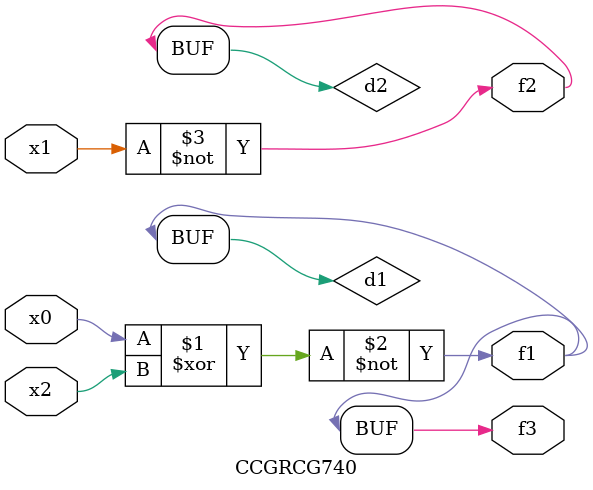
<source format=v>
module CCGRCG740(
	input x0, x1, x2,
	output f1, f2, f3
);

	wire d1, d2, d3;

	xnor (d1, x0, x2);
	nand (d2, x1);
	nor (d3, x1, x2);
	assign f1 = d1;
	assign f2 = d2;
	assign f3 = d1;
endmodule

</source>
